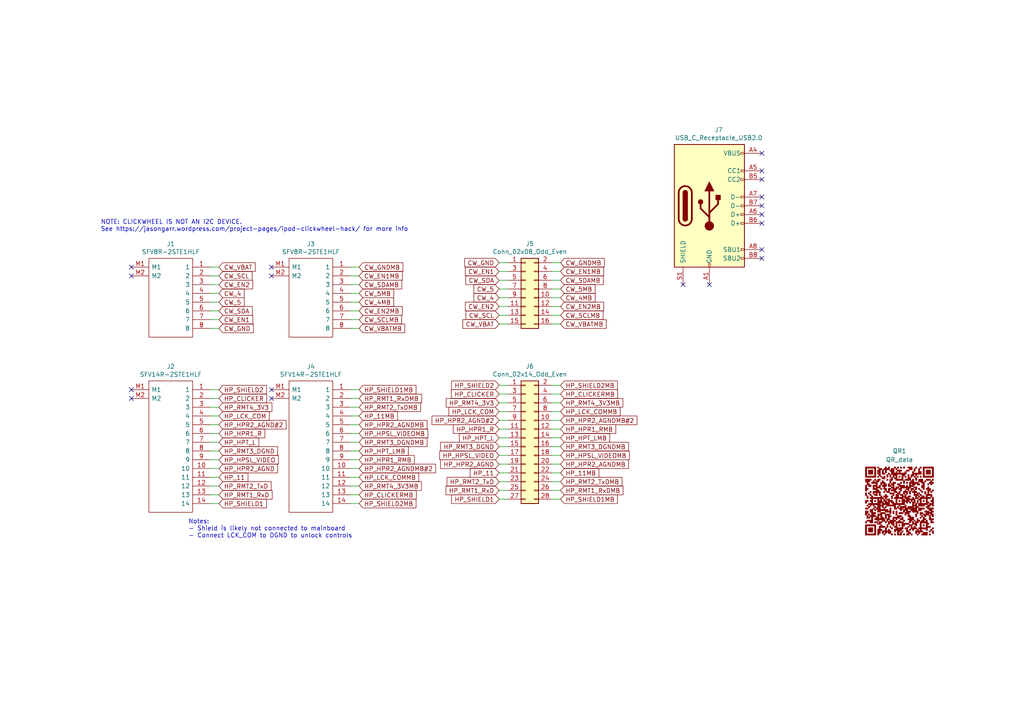
<source format=kicad_sch>
(kicad_sch (version 20230121) (generator eeschema)
  (paper "A4")
  (title_block (title "iPod 4th Gen Clickwheel Breakout") (date "${DATE}") (rev "${REVISION}"))
  (lib_symbols
    (symbol "Connector:USB_C_Receptacle_USB2.0" (pin_names (offset 1.016))
      (property "Reference" "J" (at -10.16 19.05 0))
      (property "Value" "USB_C_Receptacle_USB2.0" (at 19.05 19.05 0))
      (symbol "USB_C_Receptacle_USB2.0_1_1"
        (pin passive line (at 0 -22.86 90) (length 5.08) (name "GND") (number "A1"))
        (pin passive line (at 0 -22.86 90) (length 5.08) hide (name "GND") (number "A12"))
        (pin passive line (at 15.24 15.24 180) (length 5.08) (name "VBUS") (number "A4"))
        (pin bidirectional line (at 15.24 10.16 180) (length 5.08) (name "CC1") (number "A5"))
        (pin bidirectional line (at 15.24 -2.54 180) (length 5.08) (name "D+") (number "A6"))
        (pin bidirectional line (at 15.24 2.54 180) (length 5.08) (name "D-") (number "A7"))
        (pin bidirectional line (at 15.24 -12.7 180) (length 5.08) (name "SBU1") (number "A8"))
        (pin passive line (at 15.24 15.24 180) (length 5.08) hide (name "VBUS") (number "A9"))
        (pin passive line (at 0 -22.86 90) (length 5.08) hide (name "GND") (number "B1"))
        (pin passive line (at 0 -22.86 90) (length 5.08) hide (name "GND") (number "B12"))
        (pin passive line (at 15.24 15.24 180) (length 5.08) hide (name "VBUS") (number "B4"))
        (pin bidirectional line (at 15.24 7.62 180) (length 5.08) (name "CC2") (number "B5"))
        (pin bidirectional line (at 15.24 -5.08 180) (length 5.08) (name "D+") (number "B6"))
        (pin bidirectional line (at 15.24 0 180) (length 5.08) (name "D-") (number "B7"))
        (pin bidirectional line (at 15.24 -15.24 180) (length 5.08) (name "SBU2") (number "B8"))
        (pin passive line (at 15.24 15.24 180) (length 5.08) hide (name "VBUS") (number "B9"))
        (pin passive line (at -7.62 -22.86 90) (length 5.08) (name "SHIELD") (number "S1"))
      )
    )
    (symbol "Connector_Generic:Conn_02x08_Odd_Even" (pin_names (offset 1.016) hide)
      (property "Reference" "J" (at 1.27 10.16 0))
      (property "Value" "Conn_02x08_Odd_Even" (at 1.27 -12.7 0))
      (symbol "Conn_02x08_Odd_Even_1_1"
        (pin passive line (at -5.08 7.62 0) (length 3.81) (name "Pin_1") (number "1"))
        (pin passive line (at 7.62 -2.54 180) (length 3.81) (name "Pin_10") (number "10"))
        (pin passive line (at -5.08 -5.08 0) (length 3.81) (name "Pin_11") (number "11"))
        (pin passive line (at 7.62 -5.08 180) (length 3.81) (name "Pin_12") (number "12"))
        (pin passive line (at -5.08 -7.62 0) (length 3.81) (name "Pin_13") (number "13"))
        (pin passive line (at 7.62 -7.62 180) (length 3.81) (name "Pin_14") (number "14"))
        (pin passive line (at -5.08 -10.16 0) (length 3.81) (name "Pin_15") (number "15"))
        (pin passive line (at 7.62 -10.16 180) (length 3.81) (name "Pin_16") (number "16"))
        (pin passive line (at 7.62 7.62 180) (length 3.81) (name "Pin_2") (number "2"))
        (pin passive line (at -5.08 5.08 0) (length 3.81) (name "Pin_3") (number "3"))
        (pin passive line (at 7.62 5.08 180) (length 3.81) (name "Pin_4") (number "4"))
        (pin passive line (at -5.08 2.54 0) (length 3.81) (name "Pin_5") (number "5"))
        (pin passive line (at 7.62 2.54 180) (length 3.81) (name "Pin_6") (number "6"))
        (pin passive line (at -5.08 0 0) (length 3.81) (name "Pin_7") (number "7"))
        (pin passive line (at 7.62 0 180) (length 3.81) (name "Pin_8") (number "8"))
        (pin passive line (at -5.08 -2.54 0) (length 3.81) (name "Pin_9") (number "9"))
      )
    )
    (symbol "Connector_Generic:Conn_02x14_Odd_Even" (pin_names (offset 1.016) hide)
      (property "Reference" "J" (at 1.27 17.78 0))
      (property "Value" "Conn_02x14_Odd_Even" (at 1.27 -20.32 0))
      (symbol "Conn_02x14_Odd_Even_1_1"
        (pin passive line (at -5.08 15.24 0) (length 3.81) (name "Pin_1") (number "1"))
        (pin passive line (at 7.62 5.08 180) (length 3.81) (name "Pin_10") (number "10"))
        (pin passive line (at -5.08 2.54 0) (length 3.81) (name "Pin_11") (number "11"))
        (pin passive line (at 7.62 2.54 180) (length 3.81) (name "Pin_12") (number "12"))
        (pin passive line (at -5.08 0 0) (length 3.81) (name "Pin_13") (number "13"))
        (pin passive line (at 7.62 0 180) (length 3.81) (name "Pin_14") (number "14"))
        (pin passive line (at -5.08 -2.54 0) (length 3.81) (name "Pin_15") (number "15"))
        (pin passive line (at 7.62 -2.54 180) (length 3.81) (name "Pin_16") (number "16"))
        (pin passive line (at -5.08 -5.08 0) (length 3.81) (name "Pin_17") (number "17"))
        (pin passive line (at 7.62 -5.08 180) (length 3.81) (name "Pin_18") (number "18"))
        (pin passive line (at -5.08 -7.62 0) (length 3.81) (name "Pin_19") (number "19"))
        (pin passive line (at 7.62 15.24 180) (length 3.81) (name "Pin_2") (number "2"))
        (pin passive line (at 7.62 -7.62 180) (length 3.81) (name "Pin_20") (number "20"))
        (pin passive line (at -5.08 -10.16 0) (length 3.81) (name "Pin_21") (number "21"))
        (pin passive line (at 7.62 -10.16 180) (length 3.81) (name "Pin_22") (number "22"))
        (pin passive line (at -5.08 -12.7 0) (length 3.81) (name "Pin_23") (number "23"))
        (pin passive line (at 7.62 -12.7 180) (length 3.81) (name "Pin_24") (number "24"))
        (pin passive line (at -5.08 -15.24 0) (length 3.81) (name "Pin_25") (number "25"))
        (pin passive line (at 7.62 -15.24 180) (length 3.81) (name "Pin_26") (number "26"))
        (pin passive line (at -5.08 -17.78 0) (length 3.81) (name "Pin_27") (number "27"))
        (pin passive line (at 7.62 -17.78 180) (length 3.81) (name "Pin_28") (number "28"))
        (pin passive line (at -5.08 12.7 0) (length 3.81) (name "Pin_3") (number "3"))
        (pin passive line (at 7.62 12.7 180) (length 3.81) (name "Pin_4") (number "4"))
        (pin passive line (at -5.08 10.16 0) (length 3.81) (name "Pin_5") (number "5"))
        (pin passive line (at 7.62 10.16 180) (length 3.81) (name "Pin_6") (number "6"))
        (pin passive line (at -5.08 7.62 0) (length 3.81) (name "Pin_7") (number "7"))
        (pin passive line (at 7.62 7.62 180) (length 3.81) (name "Pin_8") (number "8"))
        (pin passive line (at -5.08 5.08 0) (length 3.81) (name "Pin_9") (number "9"))
      )
    )
    (symbol "QR:QR_data" (pin_numbers hide) (pin_names hide) (in_bom no)
      (property "Reference" "#QR" (at 0 11.25 0))
      (property "Value" "QR_data" (at 0 -11.25 0))
    )
    (symbol "gigahawk:SFV14R-2STE1HLF" (pin_names (offset 0.762))
      (property "Reference" "J" (at 19.05 7.62 0))
      (property "Value" "SFV14R-2STE1HLF" (at 19.05 5.08 0))
      (symbol "SFV14R-2STE1HLF_0_0"
        (pin passive line (at 22.86 0 180) (length 5.08) (name "1") (number "1"))
        (pin passive line (at 22.86 -22.86 180) (length 5.08) (name "10") (number "10"))
        (pin passive line (at 22.86 -25.4 180) (length 5.08) (name "11") (number "11"))
        (pin passive line (at 22.86 -27.94 180) (length 5.08) (name "12") (number "12"))
        (pin passive line (at 22.86 -30.48 180) (length 5.08) (name "13") (number "13"))
        (pin passive line (at 22.86 -33.02 180) (length 5.08) (name "14") (number "14"))
        (pin passive line (at 22.86 -2.54 180) (length 5.08) (name "2") (number "2"))
        (pin passive line (at 22.86 -5.08 180) (length 5.08) (name "3") (number "3"))
        (pin passive line (at 22.86 -7.62 180) (length 5.08) (name "4") (number "4"))
        (pin passive line (at 22.86 -10.16 180) (length 5.08) (name "5") (number "5"))
        (pin passive line (at 22.86 -12.7 180) (length 5.08) (name "6") (number "6"))
        (pin passive line (at 22.86 -15.24 180) (length 5.08) (name "7") (number "7"))
        (pin passive line (at 22.86 -17.78 180) (length 5.08) (name "8") (number "8"))
        (pin passive line (at 22.86 -20.32 180) (length 5.08) (name "9") (number "9"))
        (pin passive line (at 0 0 0) (length 5.08) (name "M1") (number "M1"))
        (pin passive line (at 0 -2.54 0) (length 5.08) (name "M2") (number "M2"))
      )
    )
    (symbol "gigahawk:SFV8R-2STE1HLF" (pin_names (offset 0.762))
      (property "Reference" "J" (at 19.05 7.62 0))
      (property "Value" "SFV8R-2STE1HLF" (at 19.05 5.08 0))
      (symbol "SFV8R-2STE1HLF_0_0"
        (pin passive line (at 22.86 0 180) (length 5.08) (name "1") (number "1"))
        (pin passive line (at 22.86 -2.54 180) (length 5.08) (name "2") (number "2"))
        (pin passive line (at 22.86 -5.08 180) (length 5.08) (name "3") (number "3"))
        (pin passive line (at 22.86 -7.62 180) (length 5.08) (name "4") (number "4"))
        (pin passive line (at 22.86 -10.16 180) (length 5.08) (name "5") (number "5"))
        (pin passive line (at 22.86 -12.7 180) (length 5.08) (name "6") (number "6"))
        (pin passive line (at 22.86 -15.24 180) (length 5.08) (name "7") (number "7"))
        (pin passive line (at 22.86 -17.78 180) (length 5.08) (name "8") (number "8"))
        (pin passive line (at 0 0 0) (length 5.08) (name "M1") (number "M1"))
        (pin passive line (at 0 -2.54 0) (length 5.08) (name "M2") (number "M2"))
      )
    )
  )
  (no_connect (at 78.74 77.47))
  (no_connect (at 78.74 80.01))
  (no_connect (at 38.1 113.03))
  (no_connect (at 220.98 62.23))
  (no_connect (at 220.98 72.39))
  (no_connect (at 220.98 57.15))
  (no_connect (at 220.98 74.93))
  (no_connect (at 38.1 77.47))
  (no_connect (at 78.74 113.03))
  (no_connect (at 198.12 82.55))
  (no_connect (at 38.1 115.57))
  (no_connect (at 205.74 82.55))
  (no_connect (at 220.98 52.07))
  (no_connect (at 220.98 59.69))
  (no_connect (at 220.98 49.53))
  (no_connect (at 78.74 115.57))
  (no_connect (at 220.98 64.77))
  (no_connect (at 220.98 44.45))
  (no_connect (at 38.1 80.01))
  (wire (pts (xy 60.96 90.17) (xy 63.5 90.17)))
  (wire (pts (xy 60.96 146.05) (xy 63.5 146.05)))
  (wire (pts (xy 60.96 135.89) (xy 63.5 135.89)))
  (wire (pts (xy 160.02 114.3) (xy 162.56 114.3)))
  (wire (pts (xy 60.96 143.51) (xy 63.5 143.51)))
  (wire (pts (xy 101.6 85.09) (xy 104.14 85.09)))
  (wire (pts (xy 147.32 132.08) (xy 144.78 132.08)))
  (wire (pts (xy 160.02 116.84) (xy 162.56 116.84)))
  (wire (pts (xy 101.6 90.17) (xy 104.14 90.17)))
  (wire (pts (xy 101.6 125.73) (xy 104.14 125.73)))
  (wire (pts (xy 101.6 123.19) (xy 104.14 123.19)))
  (wire (pts (xy 147.32 114.3) (xy 144.78 114.3)))
  (wire (pts (xy 101.6 143.51) (xy 104.14 143.51)))
  (wire (pts (xy 160.02 132.08) (xy 162.56 132.08)))
  (wire (pts (xy 101.6 128.27) (xy 104.14 128.27)))
  (wire (pts (xy 147.32 121.92) (xy 144.78 121.92)))
  (wire (pts (xy 101.6 130.81) (xy 104.14 130.81)))
  (wire (pts (xy 147.32 137.16) (xy 144.78 137.16)))
  (wire (pts (xy 147.32 129.54) (xy 144.78 129.54)))
  (wire (pts (xy 101.6 133.35) (xy 104.14 133.35)))
  (wire (pts (xy 60.96 130.81) (xy 63.5 130.81)))
  (wire (pts (xy 160.02 144.78) (xy 162.56 144.78)))
  (wire (pts (xy 60.96 140.97) (xy 63.5 140.97)))
  (wire (pts (xy 160.02 137.16) (xy 162.56 137.16)))
  (wire (pts (xy 60.96 92.71) (xy 63.5 92.71)))
  (wire (pts (xy 147.32 78.74) (xy 144.78 78.74)))
  (wire (pts (xy 147.32 134.62) (xy 144.78 134.62)))
  (wire (pts (xy 101.6 113.03) (xy 104.14 113.03)))
  (wire (pts (xy 60.96 80.01) (xy 63.5 80.01)))
  (wire (pts (xy 60.96 118.11) (xy 63.5 118.11)))
  (wire (pts (xy 147.32 91.44) (xy 144.78 91.44)))
  (wire (pts (xy 147.32 76.2) (xy 144.78 76.2)))
  (wire (pts (xy 147.32 83.82) (xy 144.78 83.82)))
  (wire (pts (xy 60.96 85.09) (xy 63.5 85.09)))
  (wire (pts (xy 147.32 127) (xy 144.78 127)))
  (wire (pts (xy 160.02 129.54) (xy 162.56 129.54)))
  (wire (pts (xy 101.6 87.63) (xy 104.14 87.63)))
  (wire (pts (xy 101.6 138.43) (xy 104.14 138.43)))
  (wire (pts (xy 147.32 116.84) (xy 144.78 116.84)))
  (wire (pts (xy 160.02 81.28) (xy 162.56 81.28)))
  (wire (pts (xy 101.6 146.05) (xy 104.14 146.05)))
  (wire (pts (xy 147.32 119.38) (xy 144.78 119.38)))
  (wire (pts (xy 60.96 115.57) (xy 63.5 115.57)))
  (wire (pts (xy 60.96 133.35) (xy 63.5 133.35)))
  (wire (pts (xy 101.6 140.97) (xy 104.14 140.97)))
  (wire (pts (xy 147.32 139.7) (xy 144.78 139.7)))
  (wire (pts (xy 160.02 119.38) (xy 162.56 119.38)))
  (wire (pts (xy 147.32 88.9) (xy 144.78 88.9)))
  (wire (pts (xy 160.02 111.76) (xy 162.56 111.76)))
  (wire (pts (xy 160.02 88.9) (xy 162.56 88.9)))
  (wire (pts (xy 60.96 87.63) (xy 63.5 87.63)))
  (wire (pts (xy 60.96 120.65) (xy 63.5 120.65)))
  (wire (pts (xy 160.02 93.98) (xy 162.56 93.98)))
  (wire (pts (xy 60.96 128.27) (xy 63.5 128.27)))
  (wire (pts (xy 60.96 82.55) (xy 63.5 82.55)))
  (wire (pts (xy 147.32 93.98) (xy 144.78 93.98)))
  (wire (pts (xy 147.32 142.24) (xy 144.78 142.24)))
  (wire (pts (xy 101.6 115.57) (xy 104.14 115.57)))
  (wire (pts (xy 60.96 125.73) (xy 63.5 125.73)))
  (wire (pts (xy 101.6 118.11) (xy 104.14 118.11)))
  (wire (pts (xy 101.6 120.65) (xy 104.14 120.65)))
  (wire (pts (xy 160.02 127) (xy 162.56 127)))
  (wire (pts (xy 147.32 86.36) (xy 144.78 86.36)))
  (wire (pts (xy 160.02 76.2) (xy 162.56 76.2)))
  (wire (pts (xy 60.96 113.03) (xy 63.5 113.03)))
  (wire (pts (xy 60.96 138.43) (xy 63.5 138.43)))
  (wire (pts (xy 160.02 139.7) (xy 162.56 139.7)))
  (wire (pts (xy 160.02 142.24) (xy 162.56 142.24)))
  (wire (pts (xy 160.02 134.62) (xy 162.56 134.62)))
  (wire (pts (xy 101.6 95.25) (xy 104.14 95.25)))
  (wire (pts (xy 101.6 77.47) (xy 104.14 77.47)))
  (wire (pts (xy 147.32 144.78) (xy 144.78 144.78)))
  (wire (pts (xy 160.02 121.92) (xy 162.56 121.92)))
  (wire (pts (xy 147.32 81.28) (xy 144.78 81.28)))
  (wire (pts (xy 60.96 77.47) (xy 63.5 77.47)))
  (wire (pts (xy 147.32 124.46) (xy 144.78 124.46)))
  (wire (pts (xy 160.02 91.44) (xy 162.56 91.44)))
  (wire (pts (xy 60.96 123.19) (xy 63.5 123.19)))
  (wire (pts (xy 160.02 83.82) (xy 162.56 83.82)))
  (wire (pts (xy 101.6 82.55) (xy 104.14 82.55)))
  (wire (pts (xy 160.02 86.36) (xy 162.56 86.36)))
  (wire (pts (xy 160.02 124.46) (xy 162.56 124.46)))
  (wire (pts (xy 101.6 135.89) (xy 104.14 135.89)))
  (wire (pts (xy 101.6 80.01) (xy 104.14 80.01)))
  (wire (pts (xy 60.96 95.25) (xy 63.5 95.25)))
  (wire (pts (xy 160.02 78.74) (xy 162.56 78.74)))
  (wire (pts (xy 101.6 92.71) (xy 104.14 92.71)))
  (wire (pts (xy 147.32 111.76) (xy 144.78 111.76)))
  (text "NOTE: CLICKWHEEL IS NOT AN I2C DEVICE.\nSee https://jasongarr.wordpress.com/project-pages/ipod-clickwheel-hack/ for more info" (at 29.21 67.31 0) (effects (font (size 1.27 1.27)) (justify left bottom)))
  (text "Notes: \n- Shield is likely not connected to mainboard\n- Connect LCK_COM to DGND to unlock controls" (at 54.61 156.21 0) (effects (font (size 1.27 1.27)) (justify left bottom)))
  (global_label "CW_5" (shape input) (at 144.78 83.82 180) (property "Intersheetrefs" "${INTERSHEET_REFS}" (effects hide)))
  (global_label "HP_11MB" (shape input) (at 162.56 137.16 0) (property "Intersheetrefs" "${INTERSHEET_REFS}" (effects hide)))
  (global_label "CW_5MB" (shape input) (at 162.56 83.82 0) (property "Intersheetrefs" "${INTERSHEET_REFS}" (effects hide)))
  (global_label "CW_EN2" (shape input) (at 144.78 88.9 180) (property "Intersheetrefs" "${INTERSHEET_REFS}" (effects hide)))
  (global_label "HP_HPR1_R" (shape input) (at 63.5 125.73 0) (property "Intersheetrefs" "${INTERSHEET_REFS}" (effects hide)))
  (global_label "HP_HPT_L" (shape input) (at 144.78 127 180) (property "Intersheetrefs" "${INTERSHEET_REFS}" (effects hide)))
  (global_label "HP_RMT2_TxDMB" (shape input) (at 162.56 139.7 0) (property "Intersheetrefs" "${INTERSHEET_REFS}" (effects hide)))
  (global_label "CW_SCL" (shape input) (at 144.78 91.44 180) (property "Intersheetrefs" "${INTERSHEET_REFS}" (effects hide)))
  (global_label "CW_SDA" (shape input) (at 63.5 90.17 0) (property "Intersheetrefs" "${INTERSHEET_REFS}" (effects hide)))
  (global_label "HP_HPR2_AGNDMB#2" (shape input) (at 162.56 121.92 0) (property "Intersheetrefs" "${INTERSHEET_REFS}" (effects hide)))
  (global_label "CW_EN1" (shape input) (at 144.78 78.74 180) (property "Intersheetrefs" "${INTERSHEET_REFS}" (effects hide)))
  (global_label "HP_11MB" (shape input) (at 104.14 120.65 0) (property "Intersheetrefs" "${INTERSHEET_REFS}" (effects hide)))
  (global_label "HP_RMT1_RxD" (shape input) (at 63.5 143.51 0) (property "Intersheetrefs" "${INTERSHEET_REFS}" (effects hide)))
  (global_label "CW_4MB" (shape input) (at 162.56 86.36 0) (property "Intersheetrefs" "${INTERSHEET_REFS}" (effects hide)))
  (global_label "HP_HPR1_RMB" (shape input) (at 162.56 124.46 0) (property "Intersheetrefs" "${INTERSHEET_REFS}" (effects hide)))
  (global_label "HP_LCK_COM" (shape input) (at 144.78 119.38 180) (property "Intersheetrefs" "${INTERSHEET_REFS}" (effects hide)))
  (global_label "HP_SHIELD2MB" (shape input) (at 162.56 111.76 0) (property "Intersheetrefs" "${INTERSHEET_REFS}" (effects hide)))
  (global_label "HP_HPSL_VIDEO" (shape input) (at 63.5 133.35 0) (property "Intersheetrefs" "${INTERSHEET_REFS}" (effects hide)))
  (global_label "CW_4" (shape input) (at 63.5 85.09 0) (property "Intersheetrefs" "${INTERSHEET_REFS}" (effects hide)))
  (global_label "CW_EN2MB" (shape input) (at 162.56 88.9 0) (property "Intersheetrefs" "${INTERSHEET_REFS}" (effects hide)))
  (global_label "CW_SDAMB" (shape input) (at 104.14 82.55 0) (property "Intersheetrefs" "${INTERSHEET_REFS}" (effects hide)))
  (global_label "CW_EN1MB" (shape input) (at 162.56 78.74 0) (property "Intersheetrefs" "${INTERSHEET_REFS}" (effects hide)))
  (global_label "CW_GND" (shape input) (at 63.5 95.25 0) (property "Intersheetrefs" "${INTERSHEET_REFS}" (effects hide)))
  (global_label "HP_HPR2_AGND" (shape input) (at 63.5 135.89 0) (property "Intersheetrefs" "${INTERSHEET_REFS}" (effects hide)))
  (global_label "CW_SDA" (shape input) (at 144.78 81.28 180) (property "Intersheetrefs" "${INTERSHEET_REFS}" (effects hide)))
  (global_label "CW_VBAT" (shape input) (at 144.78 93.98 180) (property "Intersheetrefs" "${INTERSHEET_REFS}" (effects hide)))
  (global_label "HP_HPR1_R" (shape input) (at 144.78 124.46 180) (property "Intersheetrefs" "${INTERSHEET_REFS}" (effects hide)))
  (global_label "HP_RMT4_3V3" (shape input) (at 144.78 116.84 180) (property "Intersheetrefs" "${INTERSHEET_REFS}" (effects hide)))
  (global_label "CW_VBAT" (shape input) (at 63.5 77.47 0) (property "Intersheetrefs" "${INTERSHEET_REFS}" (effects hide)))
  (global_label "HP_RMT3_DGND" (shape input) (at 144.78 129.54 180) (property "Intersheetrefs" "${INTERSHEET_REFS}" (effects hide)))
  (global_label "HP_SHIELD1MB" (shape input) (at 104.14 113.03 0) (property "Intersheetrefs" "${INTERSHEET_REFS}" (effects hide)))
  (global_label "HP_RMT1_RxDMB" (shape input) (at 104.14 115.57 0) (property "Intersheetrefs" "${INTERSHEET_REFS}" (effects hide)))
  (global_label "CW_EN1MB" (shape input) (at 104.14 80.01 0) (property "Intersheetrefs" "${INTERSHEET_REFS}" (effects hide)))
  (global_label "CW_4MB" (shape input) (at 104.14 87.63 0) (property "Intersheetrefs" "${INTERSHEET_REFS}" (effects hide)))
  (global_label "HP_RMT4_3V3MB" (shape input) (at 104.14 140.97 0) (property "Intersheetrefs" "${INTERSHEET_REFS}" (effects hide)))
  (global_label "HP_HPR2_AGNDMB" (shape input) (at 104.14 123.19 0) (property "Intersheetrefs" "${INTERSHEET_REFS}" (effects hide)))
  (global_label "CW_SDAMB" (shape input) (at 162.56 81.28 0) (property "Intersheetrefs" "${INTERSHEET_REFS}" (effects hide)))
  (global_label "HP_HPSL_VIDEOMB" (shape input) (at 104.14 125.73 0) (property "Intersheetrefs" "${INTERSHEET_REFS}" (effects hide)))
  (global_label "HP_RMT2_TxD" (shape input) (at 144.78 139.7 180) (property "Intersheetrefs" "${INTERSHEET_REFS}" (effects hide)))
  (global_label "HP_CLICKERMB" (shape input) (at 104.14 143.51 0) (property "Intersheetrefs" "${INTERSHEET_REFS}" (effects hide)))
  (global_label "HP_11" (shape input) (at 63.5 138.43 0) (property "Intersheetrefs" "${INTERSHEET_REFS}" (effects hide)))
  (global_label "HP_HPSL_VIDEO" (shape input) (at 144.78 132.08 180) (property "Intersheetrefs" "${INTERSHEET_REFS}" (effects hide)))
  (global_label "HP_RMT1_RxDMB" (shape input) (at 162.56 142.24 0) (property "Intersheetrefs" "${INTERSHEET_REFS}" (effects hide)))
  (global_label "HP_SHIELD1" (shape input) (at 63.5 146.05 0) (property "Intersheetrefs" "${INTERSHEET_REFS}" (effects hide)))
  (global_label "CW_SCL" (shape input) (at 63.5 80.01 0) (property "Intersheetrefs" "${INTERSHEET_REFS}" (effects hide)))
  (global_label "HP_RMT2_TxD" (shape input) (at 63.5 140.97 0) (property "Intersheetrefs" "${INTERSHEET_REFS}" (effects hide)))
  (global_label "HP_SHIELD1MB" (shape input) (at 162.56 144.78 0) (property "Intersheetrefs" "${INTERSHEET_REFS}" (effects hide)))
  (global_label "HP_HPR2_AGND#2" (shape input) (at 63.5 123.19 0) (property "Intersheetrefs" "${INTERSHEET_REFS}" (effects hide)))
  (global_label "CW_GNDMB" (shape input) (at 162.56 76.2 0) (property "Intersheetrefs" "${INTERSHEET_REFS}" (effects hide)))
  (global_label "HP_HPT_LMB" (shape input) (at 162.56 127 0) (property "Intersheetrefs" "${INTERSHEET_REFS}" (effects hide)))
  (global_label "CW_SCLMB" (shape input) (at 104.14 92.71 0) (property "Intersheetrefs" "${INTERSHEET_REFS}" (effects hide)))
  (global_label "CW_VBATMB" (shape input) (at 162.56 93.98 0) (property "Intersheetrefs" "${INTERSHEET_REFS}" (effects hide)))
  (global_label "HP_RMT4_3V3" (shape input) (at 63.5 118.11 0) (property "Intersheetrefs" "${INTERSHEET_REFS}" (effects hide)))
  (global_label "CW_EN2" (shape input) (at 63.5 82.55 0) (property "Intersheetrefs" "${INTERSHEET_REFS}" (effects hide)))
  (global_label "HP_SHIELD1" (shape input) (at 144.78 144.78 180) (property "Intersheetrefs" "${INTERSHEET_REFS}" (effects hide)))
  (global_label "CW_5" (shape input) (at 63.5 87.63 0) (property "Intersheetrefs" "${INTERSHEET_REFS}" (effects hide)))
  (global_label "HP_HPR2_AGND" (shape input) (at 144.78 134.62 180) (property "Intersheetrefs" "${INTERSHEET_REFS}" (effects hide)))
  (global_label "HP_HPSL_VIDEOMB" (shape input) (at 162.56 132.08 0) (property "Intersheetrefs" "${INTERSHEET_REFS}" (effects hide)))
  (global_label "HP_CLICKER" (shape input) (at 63.5 115.57 0) (property "Intersheetrefs" "${INTERSHEET_REFS}" (effects hide)))
  (global_label "HP_RMT4_3V3MB" (shape input) (at 162.56 116.84 0) (property "Intersheetrefs" "${INTERSHEET_REFS}" (effects hide)))
  (global_label "HP_RMT2_TxDMB" (shape input) (at 104.14 118.11 0) (property "Intersheetrefs" "${INTERSHEET_REFS}" (effects hide)))
  (global_label "CW_GNDMB" (shape input) (at 104.14 77.47 0) (property "Intersheetrefs" "${INTERSHEET_REFS}" (effects hide)))
  (global_label "HP_CLICKER" (shape input) (at 144.78 114.3 180) (property "Intersheetrefs" "${INTERSHEET_REFS}" (effects hide)))
  (global_label "HP_RMT1_RxD" (shape input) (at 144.78 142.24 180) (property "Intersheetrefs" "${INTERSHEET_REFS}" (effects hide)))
  (global_label "HP_LCK_COMMB" (shape input) (at 104.14 138.43 0) (property "Intersheetrefs" "${INTERSHEET_REFS}" (effects hide)))
  (global_label "HP_SHIELD2" (shape input) (at 63.5 113.03 0) (property "Intersheetrefs" "${INTERSHEET_REFS}" (effects hide)))
  (global_label "HP_HPR1_RMB" (shape input) (at 104.14 133.35 0) (property "Intersheetrefs" "${INTERSHEET_REFS}" (effects hide)))
  (global_label "HP_RMT3_DGNDMB" (shape input) (at 162.56 129.54 0) (property "Intersheetrefs" "${INTERSHEET_REFS}" (effects hide)))
  (global_label "HP_HPT_L" (shape input) (at 63.5 128.27 0) (property "Intersheetrefs" "${INTERSHEET_REFS}" (effects hide)))
  (global_label "HP_HPR2_AGND#2" (shape input) (at 144.78 121.92 180) (property "Intersheetrefs" "${INTERSHEET_REFS}" (effects hide)))
  (global_label "CW_EN2MB" (shape input) (at 104.14 90.17 0) (property "Intersheetrefs" "${INTERSHEET_REFS}" (effects hide)))
  (global_label "HP_11" (shape input) (at 144.78 137.16 180) (property "Intersheetrefs" "${INTERSHEET_REFS}" (effects hide)))
  (global_label "HP_RMT3_DGNDMB" (shape input) (at 104.14 128.27 0) (property "Intersheetrefs" "${INTERSHEET_REFS}" (effects hide)))
  (global_label "CW_SCLMB" (shape input) (at 162.56 91.44 0) (property "Intersheetrefs" "${INTERSHEET_REFS}" (effects hide)))
  (global_label "CW_4" (shape input) (at 144.78 86.36 180) (property "Intersheetrefs" "${INTERSHEET_REFS}" (effects hide)))
  (global_label "HP_LCK_COM" (shape input) (at 63.5 120.65 0) (property "Intersheetrefs" "${INTERSHEET_REFS}" (effects hide)))
  (global_label "HP_HPR2_AGNDMB" (shape input) (at 162.56 134.62 0) (property "Intersheetrefs" "${INTERSHEET_REFS}" (effects hide)))
  (global_label "HP_CLICKERMB" (shape input) (at 162.56 114.3 0) (property "Intersheetrefs" "${INTERSHEET_REFS}" (effects hide)))
  (global_label "HP_HPR2_AGNDMB#2" (shape input) (at 104.14 135.89 0) (property "Intersheetrefs" "${INTERSHEET_REFS}" (effects hide)))
  (global_label "HP_HPT_LMB" (shape input) (at 104.14 130.81 0) (property "Intersheetrefs" "${INTERSHEET_REFS}" (effects hide)))
  (global_label "HP_LCK_COMMB" (shape input) (at 162.56 119.38 0) (property "Intersheetrefs" "${INTERSHEET_REFS}" (effects hide)))
  (global_label "CW_5MB" (shape input) (at 104.14 85.09 0) (property "Intersheetrefs" "${INTERSHEET_REFS}" (effects hide)))
  (global_label "CW_VBATMB" (shape input) (at 104.14 95.25 0) (property "Intersheetrefs" "${INTERSHEET_REFS}" (effects hide)))
  (global_label "HP_RMT3_DGND" (shape input) (at 63.5 130.81 0) (property "Intersheetrefs" "${INTERSHEET_REFS}" (effects hide)))
  (global_label "CW_GND" (shape input) (at 144.78 76.2 180) (property "Intersheetrefs" "${INTERSHEET_REFS}" (effects hide)))
  (global_label "HP_SHIELD2" (shape input) (at 144.78 111.76 180) (property "Intersheetrefs" "${INTERSHEET_REFS}" (effects hide)))
  (global_label "HP_SHIELD2MB" (shape input) (at 104.14 146.05 0) (property "Intersheetrefs" "${INTERSHEET_REFS}" (effects hide)))
  (global_label "CW_EN1" (shape input) (at 63.5 92.71 0) (property "Intersheetrefs" "${INTERSHEET_REFS}" (effects hide)))
  (symbol (lib_id "gigahawk:SFV14R-2STE1HLF") (at 38.1 113.03 0) (unit 1)
    (property "Reference" "J2" (at 49.53 106.299 0))
    (property "Value" "SFV14R-2STE1HLF" (at 49.53 108.6104 0))
    (property "Footprint" "Gigahawk:SFV14R2STE1HLF" (effects hide))
    (property "Datasheet" "https://cdn.amphenol-icc.com/media/wysiwyg/files/drawing/10112793.pdf" (effects hide))
    (property "Description" "FFC & FPC Connectors FFC/FPC CONN" (effects hide))
    (property "Height" "2" (effects hide))
    (property "Manufacturer_Name" "Amphenol" (effects hide))
    (property "Manufacturer_Part_Number" "SFV14R-2STE1HLF" (effects hide))
  )
  (symbol (lib_id "gigahawk:SFV8R-2STE1HLF") (at 38.1 77.47 0) (unit 1)
    (property "Reference" "J1" (at 49.53 70.739 0))
    (property "Value" "SFV8R-2STE1HLF" (at 49.53 73.0504 0))
    (property "Footprint" "Gigahawk:SFV8R2STE1HLF" (effects hide))
    (property "Datasheet" "https://cdn.amphenol-icc.com/media/wysiwyg/files/drawing/10112793.pdf" (effects hide))
    (property "Description" "FFC & FPC Connectors FFC/FPC CONN" (effects hide))
    (property "Height" "2" (effects hide))
    (property "Mouser Part Number" "649-SFV8R-2STE1HLF" (effects hide))
    (property "Mouser Price/Stock" "https://www.mouser.co.uk/ProductDetail/Amphenol-FCI/SFV8R-2STE1HLF?qs=SqJKR5Mmryfw9HHOb%2F1Fzg%3D%3D" (effects hide))
    (property "Manufacturer_Name" "Amphenol" (effects hide))
    (property "Manufacturer_Part_Number" "SFV8R-2STE1HLF" (effects hide))
  )
  (symbol (lib_id "gigahawk:SFV14R-2STE1HLF") (at 78.74 113.03 0) (unit 1)
    (property "Reference" "J4" (at 90.17 106.299 0))
    (property "Value" "SFV14R-2STE1HLF" (at 90.17 108.6104 0))
    (property "Footprint" "Gigahawk:SFV14R2STE1HLF" (effects hide))
    (property "Datasheet" "https://cdn.amphenol-icc.com/media/wysiwyg/files/drawing/10112793.pdf" (effects hide))
    (property "Description" "FFC & FPC Connectors FFC/FPC CONN" (effects hide))
    (property "Height" "2" (effects hide))
    (property "Manufacturer_Name" "Amphenol" (effects hide))
    (property "Manufacturer_Part_Number" "SFV14R-2STE1HLF" (effects hide))
  )
  (symbol (lib_id "gigahawk:SFV8R-2STE1HLF") (at 78.74 77.47 0) (unit 1)
    (property "Reference" "J3" (at 90.17 70.739 0))
    (property "Value" "SFV8R-2STE1HLF" (at 90.17 73.0504 0))
    (property "Footprint" "Gigahawk:SFV8R2STE1HLF" (effects hide))
    (property "Datasheet" "https://cdn.amphenol-icc.com/media/wysiwyg/files/drawing/10112793.pdf" (effects hide))
    (property "Description" "FFC & FPC Connectors FFC/FPC CONN" (effects hide))
    (property "Height" "2" (effects hide))
    (property "Mouser Part Number" "649-SFV8R-2STE1HLF" (effects hide))
    (property "Mouser Price/Stock" "https://www.mouser.co.uk/ProductDetail/Amphenol-FCI/SFV8R-2STE1HLF?qs=SqJKR5Mmryfw9HHOb%2F1Fzg%3D%3D" (effects hide))
    (property "Manufacturer_Name" "Amphenol" (effects hide))
    (property "Manufacturer_Part_Number" "SFV8R-2STE1HLF" (effects hide))
  )
  (symbol (lib_id "Connector_Generic:Conn_02x08_Odd_Even") (at 152.4 83.82 0) (unit 1)
    (property "Reference" "J5" (at 153.67 70.6882 0))
    (property "Value" "Conn_02x08_Odd_Even" (at 153.67 72.9996 0))
    (property "Footprint" "Connector_PinHeader_2.54mm:PinHeader_2x08_P2.54mm_Vertical" (effects hide))
  )
  (symbol (lib_id "Connector_Generic:Conn_02x14_Odd_Even") (at 152.4 127 0) (unit 1)
    (property "Reference" "J6" (at 153.67 106.2482 0))
    (property "Value" "Conn_02x14_Odd_Even" (at 153.67 108.5596 0))
    (property "Footprint" "Connector_PinHeader_2.54mm:PinHeader_2x14_P2.54mm_Vertical" (effects hide))
  )
  (symbol (lib_id "Connector:USB_C_Receptacle_USB2.0") (at 205.74 59.69 0) (unit 1)
    (property "Reference" "J7" (at 208.4578 37.6682 0))
    (property "Value" "USB_C_Receptacle_USB2.0" (at 208.4578 39.9796 0))
    (property "Footprint" "Gigahawk:USB_C_Receptacle_GCT_USB4085" (effects hide))
    (property "Datasheet" "https://www.usb.org/sites/default/files/documents/usb_type-c.zip" (effects hide))
  )
  (symbol (lib_id "QR:QR_data") (at 260.985 145.415 0) (unit 1) (in_bom no)
    (property "Reference" "QR1" (at 260.885 130.81 0))
    (property "Value" "QR_data" (at 260.885 133.35 0))
    (property "Footprint" "QR:QR_data" (effects hide))
    (property "qr_version" "7" (effects hide))
    (property "qr_size" "45" (effects hide))
    (property "qr_ecc" "0,1" (effects hide))
    (property "qr_mask" "3" (effects hide))
    (property "qr_text" "OOPSIE WOOPSIE!! Uwu We make a fucky wucky!! A wittle fucko boingo! The code monkeys at our headquarters are working VEWY HAWD to fix this!\n" (effects hide))
  )
)
</source>
